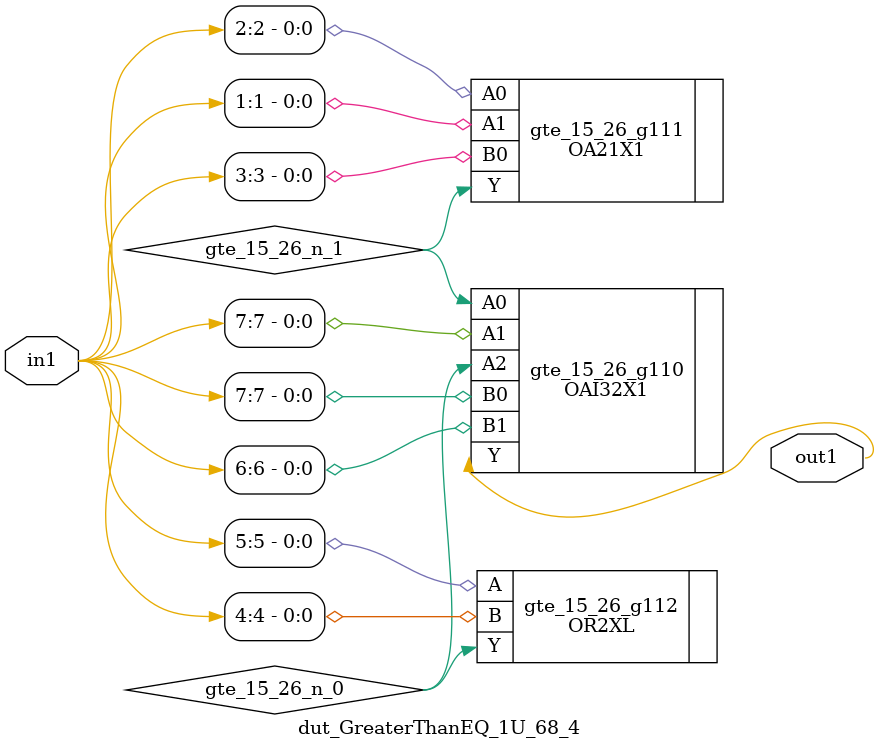
<source format=v>
`timescale 1ps / 1ps


module dut_GreaterThanEQ_1U_68_4(in1, out1);
  input [7:0] in1;
  output out1;
  wire [7:0] in1;
  wire out1;
  wire gte_15_26_n_0, gte_15_26_n_1;
  OAI32X1 gte_15_26_g110(.A0 (gte_15_26_n_1), .A1 (in1[7]), .A2
       (gte_15_26_n_0), .B0 (in1[7]), .B1 (in1[6]), .Y (out1));
  OA21X1 gte_15_26_g111(.A0 (in1[2]), .A1 (in1[1]), .B0 (in1[3]), .Y
       (gte_15_26_n_1));
  OR2XL gte_15_26_g112(.A (in1[5]), .B (in1[4]), .Y (gte_15_26_n_0));
endmodule



</source>
